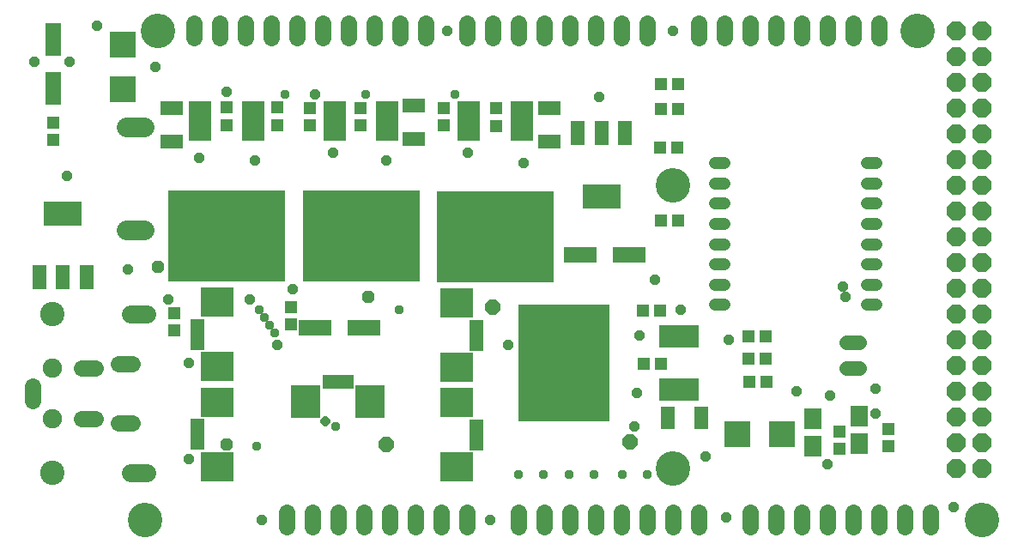
<source format=gts>
G75*
%MOIN*%
%OFA0B0*%
%FSLAX25Y25*%
%IPPOS*%
%LPD*%
%AMOC8*
5,1,8,0,0,1.08239X$1,22.5*
%
%ADD10C,0.13398*%
%ADD11C,0.06400*%
%ADD12OC8,0.07400*%
%ADD13R,0.10249X0.10249*%
%ADD14C,0.07800*%
%ADD15R,0.06312X0.12611*%
%ADD16R,0.04737X0.05131*%
%ADD17R,0.05131X0.04737*%
%ADD18R,0.08800X0.15800*%
%ADD19R,0.45800X0.35800*%
%ADD20R,0.08800X0.05800*%
%ADD21R,0.06706X0.08477*%
%ADD22R,0.05600X0.09600*%
%ADD23R,0.14973X0.09461*%
%ADD24R,0.12611X0.06312*%
%ADD25C,0.04556*%
%ADD26R,0.05524X0.01981*%
%ADD27R,0.12611X0.11430*%
%ADD28R,0.01981X0.05524*%
%ADD29R,0.11430X0.12611*%
%ADD30C,0.09461*%
%ADD31C,0.07493*%
%ADD32C,0.06312*%
%ADD33C,0.07099*%
%ADD34R,0.15800X0.08800*%
%ADD35R,0.35800X0.45800*%
%ADD36R,0.05800X0.08800*%
%ADD37C,0.05737*%
%ADD38OC8,0.04162*%
%ADD39OC8,0.03375*%
%ADD40OC8,0.05737*%
%ADD41OC8,0.03769*%
%ADD42OC8,0.04950*%
D10*
X0094170Y0035660D03*
X0299170Y0055660D03*
X0419170Y0035660D03*
X0299170Y0165660D03*
X0394170Y0225660D03*
X0099170Y0225660D03*
D11*
X0113170Y0222860D02*
X0113170Y0228460D01*
X0123170Y0228460D02*
X0123170Y0222860D01*
X0133170Y0222860D02*
X0133170Y0228460D01*
X0143170Y0228460D02*
X0143170Y0222860D01*
X0153170Y0222860D02*
X0153170Y0228460D01*
X0163170Y0228460D02*
X0163170Y0222860D01*
X0173170Y0222860D02*
X0173170Y0228460D01*
X0183170Y0228460D02*
X0183170Y0222860D01*
X0193170Y0222860D02*
X0193170Y0228460D01*
X0203170Y0228460D02*
X0203170Y0222860D01*
X0219170Y0222860D02*
X0219170Y0228460D01*
X0229170Y0228460D02*
X0229170Y0222860D01*
X0239170Y0222860D02*
X0239170Y0228460D01*
X0249170Y0228460D02*
X0249170Y0222860D01*
X0259170Y0222860D02*
X0259170Y0228460D01*
X0269170Y0228460D02*
X0269170Y0222860D01*
X0279170Y0222860D02*
X0279170Y0228460D01*
X0289170Y0228460D02*
X0289170Y0222860D01*
X0309170Y0222860D02*
X0309170Y0228460D01*
X0319170Y0228460D02*
X0319170Y0222860D01*
X0329170Y0222860D02*
X0329170Y0228460D01*
X0339170Y0228460D02*
X0339170Y0222860D01*
X0349170Y0222860D02*
X0349170Y0228460D01*
X0359170Y0228460D02*
X0359170Y0222860D01*
X0369170Y0222860D02*
X0369170Y0228460D01*
X0379170Y0228460D02*
X0379170Y0222860D01*
X0379170Y0038460D02*
X0379170Y0032860D01*
X0369170Y0032860D02*
X0369170Y0038460D01*
X0359170Y0038460D02*
X0359170Y0032860D01*
X0349170Y0032860D02*
X0349170Y0038460D01*
X0339170Y0038460D02*
X0339170Y0032860D01*
X0329170Y0032860D02*
X0329170Y0038460D01*
X0309170Y0038460D02*
X0309170Y0032860D01*
X0299170Y0032860D02*
X0299170Y0038460D01*
X0289170Y0038460D02*
X0289170Y0032860D01*
X0279170Y0032860D02*
X0279170Y0038460D01*
X0269170Y0038460D02*
X0269170Y0032860D01*
X0259170Y0032860D02*
X0259170Y0038460D01*
X0249170Y0038460D02*
X0249170Y0032860D01*
X0239170Y0032860D02*
X0239170Y0038460D01*
X0219170Y0038460D02*
X0219170Y0032860D01*
X0209170Y0032860D02*
X0209170Y0038460D01*
X0199170Y0038460D02*
X0199170Y0032860D01*
X0189170Y0032860D02*
X0189170Y0038460D01*
X0179170Y0038460D02*
X0179170Y0032860D01*
X0169170Y0032860D02*
X0169170Y0038460D01*
X0159170Y0038460D02*
X0159170Y0032860D01*
X0149170Y0032860D02*
X0149170Y0038460D01*
X0389170Y0038460D02*
X0389170Y0032860D01*
X0399170Y0032860D02*
X0399170Y0038460D01*
D12*
X0409170Y0055660D03*
X0419170Y0055660D03*
X0419170Y0065660D03*
X0409170Y0065660D03*
X0409170Y0075660D03*
X0419170Y0075660D03*
X0419170Y0085660D03*
X0409170Y0085660D03*
X0409170Y0095660D03*
X0419170Y0095660D03*
X0419170Y0105660D03*
X0409170Y0105660D03*
X0409170Y0115660D03*
X0419170Y0115660D03*
X0419170Y0125660D03*
X0409170Y0125660D03*
X0409170Y0135660D03*
X0419170Y0135660D03*
X0419170Y0145660D03*
X0409170Y0145660D03*
X0409170Y0155660D03*
X0419170Y0155660D03*
X0419170Y0165660D03*
X0409170Y0165660D03*
X0409170Y0175660D03*
X0419170Y0175660D03*
X0419170Y0185660D03*
X0409170Y0185660D03*
X0409170Y0195660D03*
X0419170Y0195660D03*
X0419170Y0205660D03*
X0409170Y0205660D03*
X0409170Y0215660D03*
X0419170Y0215660D03*
X0419170Y0225660D03*
X0409170Y0225660D03*
D13*
X0341532Y0068770D03*
X0324209Y0068770D03*
X0085430Y0203022D03*
X0085430Y0220345D03*
D14*
X0086851Y0188179D02*
X0093851Y0188179D01*
X0093851Y0148179D02*
X0086851Y0148179D01*
D15*
X0058540Y0203337D03*
X0058540Y0222234D03*
D16*
X0058461Y0189833D03*
X0058461Y0183140D03*
X0105509Y0116014D03*
X0105509Y0109321D03*
X0287527Y0116949D03*
X0294220Y0116949D03*
X0328423Y0106960D03*
X0335116Y0106960D03*
X0335216Y0098060D03*
X0328523Y0098060D03*
X0328623Y0089160D03*
X0335316Y0089160D03*
X0294342Y0096280D03*
X0287649Y0096280D03*
X0294076Y0180244D03*
X0300769Y0180244D03*
X0301217Y0195148D03*
X0294524Y0195148D03*
X0294524Y0204754D03*
X0301217Y0204754D03*
D17*
X0230312Y0195384D03*
X0230312Y0188691D03*
X0210036Y0189006D03*
X0210036Y0195699D03*
X0177813Y0195632D03*
X0177813Y0188939D03*
X0158260Y0188939D03*
X0158260Y0195632D03*
X0145574Y0195732D03*
X0145574Y0189039D03*
X0125620Y0189039D03*
X0125620Y0195732D03*
X0150821Y0118123D03*
X0150821Y0111430D03*
X0294403Y0151949D03*
X0301096Y0151949D03*
X0363737Y0069990D03*
X0363737Y0063297D03*
X0382674Y0064282D03*
X0382674Y0070974D03*
D18*
X0240292Y0190541D03*
X0219859Y0190541D03*
X0188166Y0190581D03*
X0167733Y0190581D03*
X0136001Y0190581D03*
X0115568Y0190581D03*
D19*
X0125784Y0145738D03*
X0177949Y0145738D03*
X0230075Y0145699D03*
D20*
X0250955Y0182635D03*
X0250955Y0195635D03*
X0198364Y0196417D03*
X0198364Y0183417D03*
X0104501Y0182545D03*
X0104501Y0195545D03*
D21*
X0353304Y0075010D03*
X0353304Y0064183D03*
X0371453Y0065167D03*
X0371453Y0075994D03*
D22*
X0280370Y0185760D03*
X0271270Y0185760D03*
X0262170Y0185760D03*
X0071301Y0129995D03*
X0062201Y0129995D03*
X0053101Y0129995D03*
D23*
X0062201Y0154396D03*
X0271270Y0161359D03*
D24*
X0263074Y0138612D03*
X0281972Y0138612D03*
X0178934Y0110305D03*
X0160036Y0110305D03*
D25*
X0315461Y0119076D02*
X0319217Y0119076D01*
X0319217Y0126950D02*
X0315461Y0126950D01*
X0315461Y0134824D02*
X0319217Y0134824D01*
X0319217Y0142698D02*
X0315461Y0142698D01*
X0315461Y0150572D02*
X0319217Y0150572D01*
X0319217Y0158446D02*
X0315461Y0158446D01*
X0315461Y0166320D02*
X0319217Y0166320D01*
X0319217Y0174194D02*
X0315461Y0174194D01*
X0374335Y0174194D02*
X0378091Y0174194D01*
X0378091Y0166320D02*
X0374335Y0166320D01*
X0374335Y0158446D02*
X0378091Y0158446D01*
X0378091Y0150572D02*
X0374335Y0150572D01*
X0374335Y0142698D02*
X0378091Y0142698D01*
X0378091Y0134824D02*
X0374335Y0134824D01*
X0374335Y0126950D02*
X0378091Y0126950D01*
X0378091Y0119076D02*
X0374335Y0119076D01*
D26*
X0222683Y0112164D03*
X0222683Y0110196D03*
X0222683Y0108227D03*
X0222683Y0106259D03*
X0222683Y0104290D03*
X0222683Y0102322D03*
X0222683Y0073519D03*
X0222683Y0071550D03*
X0222683Y0069582D03*
X0222683Y0067613D03*
X0222683Y0065645D03*
X0222683Y0063676D03*
X0114515Y0063895D03*
X0114515Y0065863D03*
X0114515Y0067832D03*
X0114515Y0069800D03*
X0114515Y0071769D03*
X0114515Y0073737D03*
X0114515Y0102671D03*
X0114515Y0104639D03*
X0114515Y0106608D03*
X0114515Y0108576D03*
X0114515Y0110545D03*
X0114515Y0112513D03*
D27*
X0121995Y0120111D03*
X0121995Y0095072D03*
X0121995Y0081336D03*
X0121995Y0056297D03*
X0215203Y0056078D03*
X0215203Y0081117D03*
X0215203Y0094723D03*
X0215203Y0119763D03*
D28*
X0173992Y0089094D03*
X0172023Y0089094D03*
X0170055Y0089094D03*
X0168086Y0089094D03*
X0166118Y0089094D03*
X0164149Y0089094D03*
D29*
X0156551Y0081614D03*
X0181590Y0081614D03*
D30*
X0058264Y0054006D03*
X0058264Y0115423D03*
D31*
X0058264Y0094557D03*
X0058264Y0074872D03*
D32*
X0050390Y0081959D02*
X0050390Y0087471D01*
X0069288Y0094557D02*
X0074800Y0094557D01*
X0083658Y0096132D02*
X0089170Y0096132D01*
X0074800Y0074872D02*
X0069288Y0074872D01*
X0083658Y0073297D02*
X0089170Y0073297D01*
D33*
X0088579Y0054006D02*
X0094879Y0054006D01*
X0094879Y0115423D02*
X0088579Y0115423D01*
D34*
X0301532Y0106742D03*
X0301532Y0086309D03*
D35*
X0256690Y0096526D03*
D36*
X0297139Y0075197D03*
X0310139Y0075197D03*
D37*
X0366426Y0094478D02*
X0371363Y0094478D01*
X0371363Y0104478D02*
X0366426Y0104478D01*
D38*
X0365942Y0122116D03*
X0364957Y0126053D03*
X0320666Y0105384D03*
X0301965Y0117195D03*
X0286217Y0107352D03*
X0292123Y0129006D03*
X0235036Y0103415D03*
X0285233Y0084715D03*
X0284249Y0071919D03*
X0311808Y0060108D03*
X0319682Y0036486D03*
X0359052Y0057156D03*
X0377753Y0076841D03*
X0377753Y0086683D03*
X0360036Y0083730D03*
X0347241Y0085699D03*
X0408264Y0040423D03*
X0228146Y0035502D03*
X0139564Y0035502D03*
X0111020Y0059124D03*
X0111020Y0096526D03*
X0145469Y0103415D03*
X0134642Y0121132D03*
X0151375Y0125069D03*
X0103146Y0121132D03*
X0087398Y0132943D03*
X0063776Y0169360D03*
X0114957Y0176250D03*
X0136611Y0175266D03*
X0167123Y0178219D03*
X0187792Y0175266D03*
X0219288Y0178219D03*
X0240942Y0174282D03*
X0270469Y0199872D03*
X0299012Y0225463D03*
X0211414Y0225463D03*
X0160233Y0200856D03*
X0125784Y0201841D03*
X0098225Y0211683D03*
X0075587Y0227431D03*
X0064760Y0213652D03*
X0050981Y0213652D03*
D39*
X0148422Y0200856D03*
X0179918Y0200856D03*
X0214367Y0200856D03*
X0192713Y0117195D03*
X0144485Y0108337D03*
X0142516Y0111289D03*
X0140548Y0114242D03*
X0138579Y0117195D03*
X0168107Y0071919D03*
X0137595Y0064045D03*
X0238973Y0053219D03*
X0248816Y0053219D03*
X0258658Y0053219D03*
X0268501Y0053219D03*
X0279327Y0053219D03*
X0289170Y0053219D03*
D40*
X0282280Y0066014D03*
X0187792Y0065030D03*
X0229131Y0118179D03*
D41*
X0164170Y0073888D03*
D42*
X0125784Y0065030D03*
X0180902Y0122116D03*
X0099209Y0133927D03*
M02*

</source>
